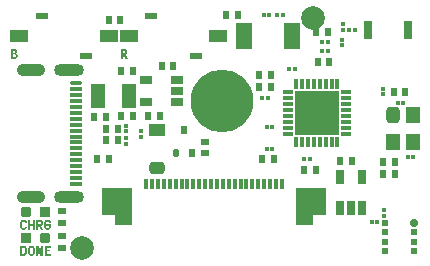
<source format=gts>
G04*
G04 #@! TF.GenerationSoftware,Altium Limited,Altium Designer,22.10.1 (41)*
G04*
G04 Layer_Color=8388736*
%FSLAX44Y44*%
%MOMM*%
G71*
G04*
G04 #@! TF.SameCoordinates,27488822-8B8A-45CA-B0CB-A5C5B456CCF3*
G04*
G04*
G04 #@! TF.FilePolarity,Negative*
G04*
G01*
G75*
%ADD52R,0.8000X1.6000*%
%ADD53R,0.5700X0.7000*%
G04:AMPARAMS|DCode=54|XSize=0.7mm|YSize=0.57mm|CornerRadius=0.1675mm|HoleSize=0mm|Usage=FLASHONLY|Rotation=90.000|XOffset=0mm|YOffset=0mm|HoleType=Round|Shape=RoundedRectangle|*
%AMROUNDEDRECTD54*
21,1,0.7000,0.2350,0,0,90.0*
21,1,0.3650,0.5700,0,0,90.0*
1,1,0.3350,0.1175,0.1825*
1,1,0.3350,0.1175,-0.1825*
1,1,0.3350,-0.1175,-0.1825*
1,1,0.3350,-0.1175,0.1825*
%
%ADD54ROUNDEDRECTD54*%
%ADD55R,3.8000X3.8000*%
%ADD56R,0.9100X0.3700*%
%ADD57R,0.3700X0.9100*%
G04:AMPARAMS|DCode=58|XSize=0.91mm|YSize=0.37mm|CornerRadius=0.0838mm|HoleSize=0mm|Usage=FLASHONLY|Rotation=270.000|XOffset=0mm|YOffset=0mm|HoleType=Round|Shape=RoundedRectangle|*
%AMROUNDEDRECTD58*
21,1,0.9100,0.2025,0,0,270.0*
21,1,0.7425,0.3700,0,0,270.0*
1,1,0.1675,-0.1013,-0.3713*
1,1,0.1675,-0.1013,0.3713*
1,1,0.1675,0.1013,0.3713*
1,1,0.1675,0.1013,-0.3713*
%
%ADD58ROUNDEDRECTD58*%
%ADD59R,0.4000X0.3500*%
%ADD60R,0.6000X0.7000*%
%ADD61R,0.3500X0.4000*%
%ADD62R,0.5500X0.7000*%
%ADD63R,0.7000X0.5500*%
%ADD64R,0.4000X0.3500*%
G04:AMPARAMS|DCode=65|XSize=0.4mm|YSize=0.35mm|CornerRadius=0.1125mm|HoleSize=0mm|Usage=FLASHONLY|Rotation=0.000|XOffset=0mm|YOffset=0mm|HoleType=Round|Shape=RoundedRectangle|*
%AMROUNDEDRECTD65*
21,1,0.4000,0.1250,0,0,0.0*
21,1,0.1750,0.3500,0,0,0.0*
1,1,0.2250,0.0875,-0.0625*
1,1,0.2250,-0.0875,-0.0625*
1,1,0.2250,-0.0875,0.0625*
1,1,0.2250,0.0875,0.0625*
%
%ADD65ROUNDEDRECTD65*%
%ADD66R,0.3500X0.4000*%
G04:AMPARAMS|DCode=67|XSize=0.4mm|YSize=0.35mm|CornerRadius=0.1125mm|HoleSize=0mm|Usage=FLASHONLY|Rotation=270.000|XOffset=0mm|YOffset=0mm|HoleType=Round|Shape=RoundedRectangle|*
%AMROUNDEDRECTD67*
21,1,0.4000,0.1250,0,0,270.0*
21,1,0.1750,0.3500,0,0,270.0*
1,1,0.2250,-0.0625,-0.0875*
1,1,0.2250,-0.0625,0.0875*
1,1,0.2250,0.0625,0.0875*
1,1,0.2250,0.0625,-0.0875*
%
%ADD67ROUNDEDRECTD67*%
G04:AMPARAMS|DCode=68|XSize=1.0144mm|YSize=1.3192mm|CornerRadius=0.2786mm|HoleSize=0mm|Usage=FLASHONLY|Rotation=90.000|XOffset=0mm|YOffset=0mm|HoleType=Round|Shape=RoundedRectangle|*
%AMROUNDEDRECTD68*
21,1,1.0144,0.7620,0,0,90.0*
21,1,0.4572,1.3192,0,0,90.0*
1,1,0.5572,0.3810,0.2286*
1,1,0.5572,0.3810,-0.2286*
1,1,0.5572,-0.3810,-0.2286*
1,1,0.5572,-0.3810,0.2286*
%
%ADD68ROUNDEDRECTD68*%
%ADD69R,1.3192X1.0144*%
%ADD70R,1.0000X0.4000*%
G04:AMPARAMS|DCode=71|XSize=0.4mm|YSize=1mm|CornerRadius=0.125mm|HoleSize=0mm|Usage=FLASHONLY|Rotation=270.000|XOffset=0mm|YOffset=0mm|HoleType=Round|Shape=RoundedRectangle|*
%AMROUNDEDRECTD71*
21,1,0.4000,0.7500,0,0,270.0*
21,1,0.1500,1.0000,0,0,270.0*
1,1,0.2500,-0.3750,-0.0750*
1,1,0.2500,-0.3750,0.0750*
1,1,0.2500,0.3750,0.0750*
1,1,0.2500,0.3750,-0.0750*
%
%ADD71ROUNDEDRECTD71*%
%ADD72R,0.7000X0.6000*%
%ADD73R,0.9000X0.9000*%
G04:AMPARAMS|DCode=74|XSize=0.9mm|YSize=0.9mm|CornerRadius=0.25mm|HoleSize=0mm|Usage=FLASHONLY|Rotation=180.000|XOffset=0mm|YOffset=0mm|HoleType=Round|Shape=RoundedRectangle|*
%AMROUNDEDRECTD74*
21,1,0.9000,0.4000,0,0,180.0*
21,1,0.4000,0.9000,0,0,180.0*
1,1,0.5000,-0.2000,0.2000*
1,1,0.5000,0.2000,0.2000*
1,1,0.5000,0.2000,-0.2000*
1,1,0.5000,-0.2000,-0.2000*
%
%ADD74ROUNDEDRECTD74*%
%ADD75C,2.0000*%
G04:AMPARAMS|DCode=76|XSize=0.4mm|YSize=0.9mm|CornerRadius=0.125mm|HoleSize=0mm|Usage=FLASHONLY|Rotation=180.000|XOffset=0mm|YOffset=0mm|HoleType=Round|Shape=RoundedRectangle|*
%AMROUNDEDRECTD76*
21,1,0.4000,0.6500,0,0,180.0*
21,1,0.1500,0.9000,0,0,180.0*
1,1,0.2500,-0.0750,0.3250*
1,1,0.2500,0.0750,0.3250*
1,1,0.2500,0.0750,-0.3250*
1,1,0.2500,-0.0750,-0.3250*
%
%ADD76ROUNDEDRECTD76*%
%ADD77R,0.4000X0.9000*%
%ADD78R,1.1000X1.1000*%
%ADD79R,1.5500X1.1000*%
%ADD80R,1.0000X0.5000*%
%ADD81R,1.1500X1.4000*%
G04:AMPARAMS|DCode=82|XSize=1.15mm|YSize=1.4mm|CornerRadius=0.3125mm|HoleSize=0mm|Usage=FLASHONLY|Rotation=0.000|XOffset=0mm|YOffset=0mm|HoleType=Round|Shape=RoundedRectangle|*
%AMROUNDEDRECTD82*
21,1,1.1500,0.7750,0,0,0.0*
21,1,0.5250,1.4000,0,0,0.0*
1,1,0.6250,0.2625,-0.3875*
1,1,0.6250,-0.2625,-0.3875*
1,1,0.6250,-0.2625,0.3875*
1,1,0.6250,0.2625,0.3875*
%
%ADD82ROUNDEDRECTD82*%
%ADD83R,1.3700X2.3098*%
%ADD84R,0.6000X0.6000*%
G04:AMPARAMS|DCode=85|XSize=0.6mm|YSize=0.6mm|CornerRadius=0.1125mm|HoleSize=0mm|Usage=FLASHONLY|Rotation=0.000|XOffset=0mm|YOffset=0mm|HoleType=Round|Shape=RoundedRectangle|*
%AMROUNDEDRECTD85*
21,1,0.6000,0.3750,0,0,0.0*
21,1,0.3750,0.6000,0,0,0.0*
1,1,0.2250,0.1875,-0.1875*
1,1,0.2250,-0.1875,-0.1875*
1,1,0.2250,-0.1875,0.1875*
1,1,0.2250,0.1875,0.1875*
%
%ADD85ROUNDEDRECTD85*%
G04:AMPARAMS|DCode=86|XSize=1.1mm|YSize=0.76mm|CornerRadius=0.215mm|HoleSize=0mm|Usage=FLASHONLY|Rotation=180.000|XOffset=0mm|YOffset=0mm|HoleType=Round|Shape=RoundedRectangle|*
%AMROUNDEDRECTD86*
21,1,1.1000,0.3300,0,0,180.0*
21,1,0.6700,0.7600,0,0,180.0*
1,1,0.4300,-0.3350,0.1650*
1,1,0.4300,0.3350,0.1650*
1,1,0.4300,0.3350,-0.1650*
1,1,0.4300,-0.3350,-0.1650*
%
%ADD86ROUNDEDRECTD86*%
%ADD87R,1.1000X0.7600*%
G04:AMPARAMS|DCode=88|XSize=1.2mm|YSize=0.7mm|CornerRadius=0.101mm|HoleSize=0mm|Usage=FLASHONLY|Rotation=90.000|XOffset=0mm|YOffset=0mm|HoleType=Round|Shape=RoundedRectangle|*
%AMROUNDEDRECTD88*
21,1,1.2000,0.4980,0,0,90.0*
21,1,0.9980,0.7000,0,0,90.0*
1,1,0.2020,0.2490,0.4990*
1,1,0.2020,0.2490,-0.4990*
1,1,0.2020,-0.2490,-0.4990*
1,1,0.2020,-0.2490,0.4990*
%
%ADD88ROUNDEDRECTD88*%
%ADD89R,0.7000X1.2000*%
%ADD90R,1.2430X2.1320*%
G04:AMPARAMS|DCode=91|XSize=1.1mm|YSize=2.4mm|CornerRadius=0.55mm|HoleSize=0mm|Usage=FLASHONLY|Rotation=270.000|XOffset=0mm|YOffset=0mm|HoleType=Round|Shape=RoundedRectangle|*
%AMROUNDEDRECTD91*
21,1,1.1000,1.3000,0,0,270.0*
21,1,0.0000,2.4000,0,0,270.0*
1,1,1.1000,-0.6500,0.0000*
1,1,1.1000,-0.6500,0.0000*
1,1,1.1000,0.6500,0.0000*
1,1,1.1000,0.6500,0.0000*
%
%ADD91ROUNDEDRECTD91*%
G04:AMPARAMS|DCode=92|XSize=1mm|YSize=2.55mm|CornerRadius=0.5mm|HoleSize=0mm|Usage=FLASHONLY|Rotation=270.000|XOffset=0mm|YOffset=0mm|HoleType=Round|Shape=RoundedRectangle|*
%AMROUNDEDRECTD92*
21,1,1.0000,1.5500,0,0,270.0*
21,1,0.0000,2.5500,0,0,270.0*
1,1,1.0000,-0.7750,0.0000*
1,1,1.0000,-0.7750,0.0000*
1,1,1.0000,0.7750,0.0000*
1,1,1.0000,0.7750,0.0000*
%
%ADD92ROUNDEDRECTD92*%
%ADD93C,5.3000*%
G36*
X117049Y294126D02*
X117146D01*
X117354Y294098D01*
X117589Y294056D01*
X117839Y294001D01*
X118103Y293932D01*
X118352Y293821D01*
X118366D01*
X118380Y293807D01*
X118463Y293765D01*
X118574Y293696D01*
X118727Y293599D01*
X118879Y293474D01*
X119046Y293321D01*
X119212Y293155D01*
X119351Y292947D01*
X119365Y292919D01*
X119406Y292850D01*
X119462Y292725D01*
X119531Y292573D01*
X119600Y292378D01*
X119656Y292157D01*
X119697Y291893D01*
X119711Y291616D01*
Y291602D01*
Y291574D01*
Y291532D01*
Y291477D01*
X119697Y291324D01*
X119670Y291130D01*
X119614Y290908D01*
X119545Y290673D01*
X119448Y290423D01*
X119323Y290173D01*
X119309Y290146D01*
X119254Y290076D01*
X119170Y289951D01*
X119046Y289827D01*
X118893Y289674D01*
X118713Y289522D01*
X118505Y289383D01*
X118269Y289258D01*
X119836Y285860D01*
X117978D01*
X116646Y288981D01*
X115856D01*
Y285860D01*
X114164D01*
Y294140D01*
X116979D01*
X117049Y294126D01*
D02*
G37*
G36*
X24160D02*
X24354Y294112D01*
X24576Y294070D01*
X24825Y294029D01*
X25075Y293959D01*
X25311Y293862D01*
X25324D01*
X25338Y293848D01*
X25408Y293821D01*
X25533Y293751D01*
X25671Y293668D01*
X25824Y293557D01*
X25976Y293432D01*
X26129Y293280D01*
X26267Y293113D01*
X26281Y293086D01*
X26323Y293030D01*
X26378Y292933D01*
X26448Y292794D01*
X26503Y292642D01*
X26559Y292448D01*
X26600Y292240D01*
X26614Y292004D01*
Y291990D01*
Y291976D01*
Y291893D01*
X26600Y291754D01*
X26573Y291588D01*
X26517Y291408D01*
X26448Y291213D01*
X26351Y291005D01*
X26226Y290825D01*
X26212Y290811D01*
X26156Y290756D01*
X26073Y290673D01*
X25962Y290576D01*
X25824Y290478D01*
X25657Y290395D01*
X25463Y290312D01*
X25241Y290270D01*
Y290243D01*
X25269D01*
X25324Y290229D01*
X25408Y290215D01*
X25519Y290187D01*
X25643Y290146D01*
X25782Y290090D01*
X25921Y290021D01*
X26060Y289924D01*
X26073Y289910D01*
X26115Y289868D01*
X26184Y289813D01*
X26267Y289730D01*
X26351Y289632D01*
X26448Y289508D01*
X26531Y289369D01*
X26614Y289216D01*
X26628Y289203D01*
X26642Y289147D01*
X26670Y289050D01*
X26711Y288939D01*
X26753Y288787D01*
X26781Y288620D01*
X26795Y288440D01*
X26808Y288246D01*
Y288232D01*
Y288218D01*
Y288176D01*
Y288121D01*
X26795Y287996D01*
X26767Y287830D01*
X26725Y287635D01*
X26656Y287427D01*
X26573Y287206D01*
X26448Y286998D01*
X26434Y286970D01*
X26378Y286914D01*
X26309Y286817D01*
X26198Y286692D01*
X26046Y286554D01*
X25879Y286415D01*
X25685Y286276D01*
X25449Y286152D01*
X25435D01*
X25422Y286138D01*
X25338Y286110D01*
X25200Y286054D01*
X25019Y286013D01*
X24811Y285957D01*
X24548Y285902D01*
X24270Y285874D01*
X23965Y285860D01*
X21192D01*
Y294140D01*
X24007D01*
X24160Y294126D01*
D02*
G37*
G36*
X52452Y149487D02*
X52646Y149460D01*
X52867Y149418D01*
X53117Y149363D01*
X53367Y149293D01*
X53602Y149182D01*
X53616D01*
X53630Y149169D01*
X53700Y149127D01*
X53824Y149058D01*
X53963Y148961D01*
X54116Y148836D01*
X54282Y148697D01*
X54435Y148517D01*
X54573Y148322D01*
X54587Y148295D01*
X54629Y148225D01*
X54684Y148101D01*
X54754Y147948D01*
X54809Y147754D01*
X54865Y147532D01*
X54906Y147282D01*
X54920Y147005D01*
X53214D01*
Y147033D01*
Y147088D01*
X53200Y147171D01*
X53186Y147282D01*
X53145Y147407D01*
X53103Y147532D01*
X53034Y147657D01*
X52937Y147754D01*
X52923Y147768D01*
X52881Y147795D01*
X52826Y147837D01*
X52729Y147893D01*
X52618Y147934D01*
X52493Y147976D01*
X52327Y148004D01*
X52146Y148017D01*
X52063D01*
X51966Y148004D01*
X51855Y147990D01*
X51730Y147948D01*
X51592Y147907D01*
X51467Y147837D01*
X51356Y147754D01*
X51342Y147740D01*
X51314Y147712D01*
X51273Y147643D01*
X51217Y147574D01*
X51162Y147463D01*
X51120Y147338D01*
X51092Y147185D01*
X51079Y147005D01*
Y143482D01*
Y143455D01*
Y143399D01*
X51092Y143316D01*
X51120Y143205D01*
X51148Y143080D01*
X51189Y142955D01*
X51259Y142844D01*
X51356Y142733D01*
X51370Y142720D01*
X51411Y142692D01*
X51467Y142650D01*
X51564Y142609D01*
X51675Y142553D01*
X51814Y142512D01*
X51966Y142484D01*
X52146Y142470D01*
X52230D01*
X52327Y142484D01*
X52438Y142498D01*
X52562Y142539D01*
X52701Y142581D01*
X52826Y142650D01*
X52937Y142733D01*
X52951Y142747D01*
X52979Y142789D01*
X53020Y142844D01*
X53075Y142928D01*
X53131Y143039D01*
X53173Y143163D01*
X53200Y143316D01*
X53214Y143482D01*
Y144259D01*
X51994D01*
Y145701D01*
X54920D01*
Y143482D01*
Y143469D01*
Y143455D01*
Y143413D01*
Y143358D01*
X54906Y143219D01*
X54878Y143039D01*
X54837Y142831D01*
X54767Y142609D01*
X54684Y142387D01*
X54573Y142165D01*
X54559Y142137D01*
X54504Y142068D01*
X54435Y141971D01*
X54324Y141846D01*
X54185Y141707D01*
X54019Y141569D01*
X53824Y141430D01*
X53602Y141305D01*
X53575Y141291D01*
X53492Y141264D01*
X53367Y141208D01*
X53186Y141152D01*
X52979Y141097D01*
X52729Y141042D01*
X52452Y141014D01*
X52146Y141000D01*
X52008D01*
X51855Y141014D01*
X51647Y141042D01*
X51425Y141069D01*
X51176Y141125D01*
X50926Y141208D01*
X50690Y141305D01*
X50662Y141319D01*
X50593Y141361D01*
X50468Y141430D01*
X50330Y141527D01*
X50177Y141652D01*
X50024Y141791D01*
X49858Y141971D01*
X49719Y142165D01*
X49706Y142193D01*
X49664Y142262D01*
X49608Y142387D01*
X49553Y142539D01*
X49497Y142733D01*
X49442Y142955D01*
X49400Y143205D01*
X49387Y143482D01*
Y147005D01*
Y147019D01*
Y147033D01*
Y147074D01*
Y147130D01*
X49400Y147282D01*
X49428Y147463D01*
X49470Y147657D01*
X49525Y147879D01*
X49608Y148101D01*
X49719Y148322D01*
X49733Y148350D01*
X49789Y148420D01*
X49858Y148517D01*
X49969Y148642D01*
X50108Y148780D01*
X50274Y148919D01*
X50468Y149058D01*
X50690Y149182D01*
X50704D01*
X50718Y149196D01*
X50801Y149238D01*
X50926Y149279D01*
X51106Y149349D01*
X51314Y149404D01*
X51564Y149446D01*
X51841Y149487D01*
X52146Y149501D01*
X52285D01*
X52452Y149487D01*
D02*
G37*
G36*
X32065D02*
X32259Y149460D01*
X32481Y149418D01*
X32731Y149363D01*
X32980Y149293D01*
X33216Y149182D01*
X33230D01*
X33244Y149169D01*
X33313Y149127D01*
X33438Y149058D01*
X33577Y148961D01*
X33729Y148836D01*
X33895Y148697D01*
X34048Y148517D01*
X34187Y148322D01*
X34201Y148295D01*
X34242Y148225D01*
X34298Y148101D01*
X34367Y147948D01*
X34423Y147754D01*
X34478Y147532D01*
X34520Y147282D01*
X34534Y147005D01*
X32828D01*
Y147033D01*
Y147088D01*
X32814Y147171D01*
X32800Y147282D01*
X32758Y147407D01*
X32717Y147532D01*
X32647Y147657D01*
X32550Y147754D01*
X32536Y147768D01*
X32495Y147795D01*
X32439Y147837D01*
X32342Y147893D01*
X32231Y147934D01*
X32106Y147976D01*
X31940Y148004D01*
X31760Y148017D01*
X31677D01*
X31593Y148004D01*
X31482Y147990D01*
X31358Y147948D01*
X31219Y147907D01*
X31094Y147837D01*
X30983Y147754D01*
X30969Y147740D01*
X30942Y147712D01*
X30900Y147643D01*
X30845Y147574D01*
X30789Y147463D01*
X30747Y147338D01*
X30720Y147185D01*
X30706Y147005D01*
Y143482D01*
Y143455D01*
Y143399D01*
X30720Y143316D01*
X30747Y143205D01*
X30775Y143080D01*
X30817Y142955D01*
X30886Y142844D01*
X30983Y142733D01*
X30997Y142720D01*
X31039Y142692D01*
X31094Y142650D01*
X31191Y142609D01*
X31288Y142553D01*
X31427Y142512D01*
X31579Y142484D01*
X31760Y142470D01*
X31843D01*
X31940Y142484D01*
X32051Y142498D01*
X32176Y142539D01*
X32315Y142581D01*
X32439Y142650D01*
X32550Y142733D01*
X32564Y142747D01*
X32592Y142789D01*
X32634Y142844D01*
X32689Y142928D01*
X32745Y143039D01*
X32786Y143163D01*
X32814Y143316D01*
X32828Y143482D01*
X34534D01*
Y143469D01*
Y143455D01*
Y143413D01*
Y143358D01*
X34520Y143219D01*
X34492Y143039D01*
X34450Y142831D01*
X34381Y142609D01*
X34298Y142387D01*
X34187Y142165D01*
X34173Y142137D01*
X34117Y142068D01*
X34048Y141971D01*
X33937Y141846D01*
X33798Y141707D01*
X33632Y141569D01*
X33438Y141430D01*
X33216Y141305D01*
X33188Y141291D01*
X33105Y141264D01*
X32980Y141208D01*
X32800Y141152D01*
X32592Y141097D01*
X32342Y141042D01*
X32065Y141014D01*
X31760Y141000D01*
X31621D01*
X31469Y141014D01*
X31274Y141042D01*
X31052Y141069D01*
X30803Y141125D01*
X30553Y141208D01*
X30317Y141305D01*
X30290Y141319D01*
X30220Y141361D01*
X30096Y141430D01*
X29957Y141527D01*
X29804Y141652D01*
X29652Y141791D01*
X29485Y141971D01*
X29347Y142165D01*
X29333Y142193D01*
X29291Y142262D01*
X29236Y142387D01*
X29180Y142539D01*
X29111Y142733D01*
X29056Y142955D01*
X29014Y143205D01*
X29000Y143482D01*
Y147005D01*
Y147019D01*
Y147033D01*
Y147074D01*
Y147130D01*
X29014Y147282D01*
X29042Y147463D01*
X29083Y147657D01*
X29153Y147879D01*
X29236Y148101D01*
X29347Y148322D01*
X29361Y148350D01*
X29416Y148420D01*
X29485Y148517D01*
X29596Y148642D01*
X29735Y148780D01*
X29901Y148919D01*
X30096Y149058D01*
X30317Y149182D01*
X30331D01*
X30345Y149196D01*
X30428Y149238D01*
X30553Y149279D01*
X30733Y149349D01*
X30942Y149404D01*
X31191Y149446D01*
X31469Y149487D01*
X31760Y149501D01*
X31899D01*
X32065Y149487D01*
D02*
G37*
G36*
X41135Y141111D02*
X39443D01*
Y144634D01*
X37529D01*
Y141111D01*
X35823D01*
Y149390D01*
X37529D01*
Y146159D01*
X39443D01*
Y149390D01*
X41135D01*
Y141111D01*
D02*
G37*
G36*
X287098Y176608D02*
X287192Y176579D01*
X287279Y176533D01*
X287355Y176470D01*
X287418Y176394D01*
X287464Y176307D01*
X287493Y176213D01*
X287502Y176115D01*
Y154115D01*
X287493Y154017D01*
X287464Y153923D01*
X287418Y153836D01*
X287355Y153760D01*
X287279Y153697D01*
X287192Y153651D01*
X287098Y153622D01*
X287000Y153613D01*
X276502D01*
Y145615D01*
X276493Y145517D01*
X276464Y145423D01*
X276418Y145336D01*
X276355Y145260D01*
X276279Y145197D01*
X276192Y145151D01*
X276098Y145122D01*
X276000Y145113D01*
X263000D01*
X262902Y145122D01*
X262808Y145151D01*
X262721Y145197D01*
X262645Y145260D01*
X262582Y145336D01*
X262536Y145423D01*
X262507Y145517D01*
X262498Y145615D01*
Y176115D01*
X262507Y176213D01*
X262536Y176307D01*
X262582Y176394D01*
X262645Y176470D01*
X262721Y176533D01*
X262808Y176579D01*
X262902Y176608D01*
X263000Y176618D01*
X287000D01*
X287098Y176608D01*
D02*
G37*
G36*
X123098D02*
X123192Y176579D01*
X123279Y176533D01*
X123355Y176470D01*
X123418Y176394D01*
X123464Y176307D01*
X123493Y176213D01*
X123502Y176115D01*
Y145615D01*
X123493Y145517D01*
X123464Y145423D01*
X123418Y145336D01*
X123355Y145260D01*
X123279Y145197D01*
X123192Y145151D01*
X123098Y145122D01*
X123000Y145113D01*
X110000D01*
X109902Y145122D01*
X109808Y145151D01*
X109721Y145197D01*
X109645Y145260D01*
X109582Y145336D01*
X109536Y145423D01*
X109507Y145517D01*
X109498Y145615D01*
Y153613D01*
X99000D01*
X98902Y153622D01*
X98808Y153651D01*
X98721Y153697D01*
X98645Y153760D01*
X98582Y153836D01*
X98536Y153923D01*
X98507Y154017D01*
X98498Y154115D01*
Y176115D01*
X98507Y176213D01*
X98536Y176307D01*
X98582Y176394D01*
X98645Y176470D01*
X98721Y176533D01*
X98808Y176579D01*
X98902Y176608D01*
X99000Y176618D01*
X123000D01*
X123098Y176608D01*
D02*
G37*
G36*
X45517Y149376D02*
X45614D01*
X45822Y149349D01*
X46058Y149307D01*
X46308Y149252D01*
X46571Y149182D01*
X46821Y149071D01*
X46835D01*
X46849Y149058D01*
X46932Y149016D01*
X47043Y148947D01*
X47195Y148849D01*
X47348Y148725D01*
X47514Y148572D01*
X47681Y148406D01*
X47819Y148198D01*
X47833Y148170D01*
X47875Y148101D01*
X47930Y147976D01*
X48000Y147823D01*
X48069Y147629D01*
X48124Y147407D01*
X48166Y147144D01*
X48180Y146866D01*
Y146853D01*
Y146825D01*
Y146783D01*
Y146728D01*
X48166Y146575D01*
X48138Y146381D01*
X48083Y146159D01*
X48014Y145923D01*
X47916Y145674D01*
X47792Y145424D01*
X47778Y145396D01*
X47722Y145327D01*
X47639Y145202D01*
X47514Y145077D01*
X47362Y144925D01*
X47182Y144772D01*
X46973Y144634D01*
X46738Y144509D01*
X48305Y141111D01*
X46446D01*
X45115Y144231D01*
X44325D01*
Y141111D01*
X42633D01*
Y149390D01*
X45448D01*
X45517Y149376D01*
D02*
G37*
G36*
X48027Y119111D02*
X46044D01*
X43922Y125518D01*
Y125504D01*
X43936Y125449D01*
Y125379D01*
X43950Y125282D01*
X43964Y125144D01*
Y125005D01*
X43978Y124839D01*
X43992Y124658D01*
Y124631D01*
Y124575D01*
X44006Y124478D01*
Y124339D01*
X44019Y124187D01*
X44033Y124020D01*
X44047Y123646D01*
Y123618D01*
X44061Y123563D01*
Y123466D01*
X44075Y123341D01*
Y123202D01*
X44089Y123050D01*
Y122731D01*
Y119111D01*
X42591D01*
Y127390D01*
X44574D01*
X46710Y120969D01*
Y120983D01*
Y121039D01*
X46696Y121136D01*
Y121247D01*
X46682Y121399D01*
X46668Y121566D01*
X46641Y121746D01*
X46627Y121940D01*
Y121968D01*
Y122037D01*
X46613Y122148D01*
X46599Y122287D01*
X46585Y122453D01*
Y122633D01*
X46557Y123036D01*
Y123063D01*
Y123133D01*
X46543Y123230D01*
Y123369D01*
Y123507D01*
X46530Y123674D01*
Y123826D01*
Y123979D01*
Y127390D01*
X48027D01*
Y119111D01*
D02*
G37*
G36*
X54726Y125906D02*
X51287D01*
Y124048D01*
X54324D01*
Y122647D01*
X51287D01*
Y120581D01*
X54726D01*
Y119111D01*
X49622D01*
Y127390D01*
X54726D01*
Y125906D01*
D02*
G37*
G36*
X31996Y127376D02*
X32204Y127349D01*
X32439Y127307D01*
X32689Y127252D01*
X32939Y127169D01*
X33188Y127058D01*
X33202D01*
X33216Y127044D01*
X33299Y127002D01*
X33410Y126919D01*
X33563Y126822D01*
X33715Y126683D01*
X33882Y126531D01*
X34048Y126336D01*
X34187Y126128D01*
X34201Y126101D01*
X34242Y126017D01*
X34298Y125893D01*
X34367Y125726D01*
X34436Y125518D01*
X34492Y125282D01*
X34534Y125019D01*
X34547Y124728D01*
Y121774D01*
Y121760D01*
Y121732D01*
Y121691D01*
Y121635D01*
X34534Y121482D01*
X34506Y121302D01*
X34464Y121080D01*
X34395Y120844D01*
X34312Y120609D01*
X34187Y120373D01*
X34173Y120345D01*
X34117Y120276D01*
X34048Y120165D01*
X33937Y120040D01*
X33785Y119888D01*
X33618Y119735D01*
X33424Y119583D01*
X33188Y119444D01*
X33174D01*
X33161Y119430D01*
X33077Y119388D01*
X32939Y119333D01*
X32758Y119277D01*
X32536Y119222D01*
X32287Y119166D01*
X31996Y119125D01*
X31690Y119111D01*
X29000D01*
Y127390D01*
X31829D01*
X31996Y127376D01*
D02*
G37*
G36*
X38708Y127487D02*
X38819Y127474D01*
X38930Y127460D01*
X39221Y127418D01*
X39526Y127335D01*
X39859Y127210D01*
X40025Y127127D01*
X40192Y127030D01*
X40344Y126919D01*
X40483Y126794D01*
X40497Y126780D01*
X40511Y126766D01*
X40552Y126725D01*
X40594Y126669D01*
X40649Y126600D01*
X40719Y126517D01*
X40788Y126406D01*
X40858Y126295D01*
X40913Y126170D01*
X40982Y126031D01*
X41107Y125698D01*
X41190Y125324D01*
X41204Y125116D01*
X41218Y124894D01*
Y121593D01*
Y121580D01*
Y121538D01*
Y121482D01*
X41204Y121399D01*
X41190Y121302D01*
X41176Y121177D01*
X41121Y120914D01*
X41038Y120609D01*
X40913Y120290D01*
X40830Y120137D01*
X40733Y119985D01*
X40608Y119832D01*
X40483Y119693D01*
X40469Y119679D01*
X40455Y119666D01*
X40414Y119624D01*
X40344Y119583D01*
X40275Y119527D01*
X40192Y119472D01*
X40081Y119416D01*
X39956Y119347D01*
X39831Y119277D01*
X39679Y119222D01*
X39512Y119166D01*
X39332Y119111D01*
X38944Y119028D01*
X38722Y119014D01*
X38500Y119000D01*
X38375D01*
X38292Y119014D01*
X38195Y119028D01*
X38070Y119042D01*
X37779Y119083D01*
X37474Y119166D01*
X37141Y119291D01*
X36974Y119374D01*
X36808Y119472D01*
X36655Y119569D01*
X36517Y119693D01*
X36503Y119707D01*
X36489Y119721D01*
X36447Y119763D01*
X36406Y119818D01*
X36350Y119888D01*
X36281Y119985D01*
X36212Y120082D01*
X36156Y120193D01*
X36087Y120331D01*
X36017Y120470D01*
X35893Y120789D01*
X35809Y121164D01*
X35796Y121371D01*
X35782Y121593D01*
Y124894D01*
Y124908D01*
Y124950D01*
Y125005D01*
X35796Y125088D01*
X35809Y125199D01*
X35823Y125310D01*
X35879Y125588D01*
X35962Y125893D01*
X36087Y126212D01*
X36170Y126364D01*
X36281Y126517D01*
X36392Y126655D01*
X36517Y126794D01*
X36530Y126808D01*
X36544Y126822D01*
X36600Y126863D01*
X36655Y126905D01*
X36725Y126960D01*
X36822Y127016D01*
X36919Y127085D01*
X37044Y127155D01*
X37169Y127210D01*
X37321Y127279D01*
X37487Y127335D01*
X37668Y127390D01*
X38056Y127474D01*
X38278Y127487D01*
X38500Y127501D01*
X38625D01*
X38708Y127487D01*
D02*
G37*
%LPC*%
G36*
X116827Y292656D02*
X115856D01*
Y290465D01*
X116924D01*
X117021Y290478D01*
X117146Y290506D01*
X117284Y290534D01*
X117437Y290576D01*
X117576Y290645D01*
X117700Y290742D01*
X117714Y290756D01*
X117756Y290797D01*
X117797Y290867D01*
X117867Y290950D01*
X117922Y291061D01*
X117964Y291200D01*
X118006Y291352D01*
X118019Y291532D01*
Y291560D01*
Y291616D01*
X118006Y291713D01*
X117978Y291838D01*
X117936Y291976D01*
X117881Y292115D01*
X117811Y292240D01*
X117700Y292365D01*
X117687Y292378D01*
X117645Y292406D01*
X117576Y292462D01*
X117479Y292517D01*
X117354Y292559D01*
X117201Y292614D01*
X117035Y292642D01*
X116827Y292656D01*
D02*
G37*
G36*
X23840Y292767D02*
X22842D01*
Y290797D01*
X23924D01*
X24007Y290811D01*
X24132Y290825D01*
X24257Y290867D01*
X24381Y290908D01*
X24506Y290978D01*
X24617Y291061D01*
X24631Y291075D01*
X24659Y291116D01*
X24714Y291172D01*
X24770Y291255D01*
X24811Y291366D01*
X24867Y291477D01*
X24894Y291630D01*
X24908Y291782D01*
Y291810D01*
Y291865D01*
X24894Y291949D01*
X24867Y292046D01*
X24839Y292170D01*
X24784Y292281D01*
X24714Y292406D01*
X24617Y292503D01*
X24603Y292517D01*
X24562Y292545D01*
X24506Y292586D01*
X24423Y292642D01*
X24312Y292684D01*
X24173Y292725D01*
X24021Y292753D01*
X23840Y292767D01*
D02*
G37*
G36*
X23910Y289466D02*
X22842D01*
Y287219D01*
X24007D01*
X24104Y287233D01*
X24229Y287261D01*
X24367Y287289D01*
X24506Y287344D01*
X24659Y287414D01*
X24784Y287511D01*
X24797Y287525D01*
X24839Y287566D01*
X24881Y287635D01*
X24950Y287733D01*
X25006Y287843D01*
X25047Y287996D01*
X25089Y288162D01*
X25103Y288343D01*
Y288370D01*
Y288426D01*
X25089Y288523D01*
X25061Y288634D01*
X25019Y288773D01*
X24964Y288911D01*
X24894Y289036D01*
X24784Y289161D01*
X24770Y289175D01*
X24728Y289203D01*
X24659Y289258D01*
X24562Y289314D01*
X24437Y289369D01*
X24284Y289424D01*
X24104Y289452D01*
X23910Y289466D01*
D02*
G37*
G36*
X45295Y147907D02*
X44325D01*
Y145715D01*
X45392D01*
X45490Y145729D01*
X45614Y145757D01*
X45753Y145785D01*
X45906Y145826D01*
X46044Y145896D01*
X46169Y145993D01*
X46183Y146006D01*
X46224Y146048D01*
X46266Y146117D01*
X46336Y146201D01*
X46391Y146312D01*
X46433Y146450D01*
X46474Y146603D01*
X46488Y146783D01*
Y146811D01*
Y146866D01*
X46474Y146963D01*
X46446Y147088D01*
X46405Y147227D01*
X46349Y147366D01*
X46280Y147490D01*
X46169Y147615D01*
X46155Y147629D01*
X46114Y147657D01*
X46044Y147712D01*
X45947Y147768D01*
X45822Y147809D01*
X45670Y147865D01*
X45503Y147893D01*
X45295Y147907D01*
D02*
G37*
G36*
X31690Y125851D02*
X30706D01*
Y120637D01*
X31774D01*
X31871Y120650D01*
X31982Y120678D01*
X32120Y120720D01*
X32259Y120775D01*
X32398Y120844D01*
X32523Y120955D01*
X32536Y120969D01*
X32578Y121011D01*
X32620Y121080D01*
X32689Y121177D01*
X32745Y121302D01*
X32786Y121441D01*
X32828Y121593D01*
X32841Y121774D01*
Y124728D01*
Y124755D01*
Y124811D01*
X32828Y124908D01*
X32800Y125019D01*
X32758Y125144D01*
X32703Y125282D01*
X32634Y125407D01*
X32523Y125532D01*
X32509Y125546D01*
X32467Y125588D01*
X32398Y125629D01*
X32301Y125698D01*
X32176Y125754D01*
X32037Y125795D01*
X31871Y125837D01*
X31690Y125851D01*
D02*
G37*
G36*
X38500Y126017D02*
X38403D01*
X38333Y126004D01*
X38181Y125962D01*
X37987Y125893D01*
X37890Y125837D01*
X37793Y125768D01*
X37709Y125685D01*
X37640Y125588D01*
X37571Y125477D01*
X37515Y125338D01*
X37487Y125185D01*
X37474Y125005D01*
Y121482D01*
Y121469D01*
Y121441D01*
X37487Y121385D01*
Y121330D01*
X37529Y121164D01*
X37598Y120983D01*
X37654Y120886D01*
X37723Y120789D01*
X37806Y120706D01*
X37903Y120623D01*
X38028Y120567D01*
X38167Y120512D01*
X38320Y120484D01*
X38500Y120470D01*
X38542D01*
X38597Y120484D01*
X38666D01*
X38819Y120526D01*
X39013Y120595D01*
X39110Y120650D01*
X39207Y120720D01*
X39290Y120803D01*
X39360Y120900D01*
X39429Y121011D01*
X39485Y121150D01*
X39512Y121302D01*
X39526Y121482D01*
Y125005D01*
Y125019D01*
Y125047D01*
Y125102D01*
X39512Y125158D01*
X39471Y125324D01*
X39401Y125518D01*
X39346Y125601D01*
X39276Y125698D01*
X39193Y125782D01*
X39096Y125865D01*
X38971Y125920D01*
X38833Y125976D01*
X38680Y126004D01*
X38500Y126017D01*
D02*
G37*
%LPD*%
D52*
X357000Y310000D02*
D03*
X323000D02*
D03*
D53*
X167640Y225400D02*
D03*
X174140Y206400D02*
D03*
D54*
X161140D02*
D03*
D55*
X280000Y240000D02*
D03*
D56*
X255500Y247500D02*
D03*
Y242500D02*
D03*
Y257500D02*
D03*
Y252500D02*
D03*
Y237500D02*
D03*
X304500Y257500D02*
D03*
Y252500D02*
D03*
Y247500D02*
D03*
Y242500D02*
D03*
X255500Y232500D02*
D03*
Y227500D02*
D03*
Y222500D02*
D03*
X304500Y237500D02*
D03*
Y232500D02*
D03*
Y227500D02*
D03*
Y222500D02*
D03*
D57*
X262500Y215500D02*
D03*
X267500D02*
D03*
X272500D02*
D03*
X277500D02*
D03*
X282500D02*
D03*
X287500D02*
D03*
X292500D02*
D03*
X297500D02*
D03*
X292500Y264500D02*
D03*
X287500D02*
D03*
X282500D02*
D03*
X277500D02*
D03*
X272500D02*
D03*
X267500D02*
D03*
X262500D02*
D03*
D58*
X297500D02*
D03*
D59*
X336000Y255625D02*
D03*
Y260375D02*
D03*
X130810Y219875D02*
D03*
Y224625D02*
D03*
X118680Y229185D02*
D03*
Y224435D02*
D03*
Y213935D02*
D03*
Y218685D02*
D03*
X301750Y302125D02*
D03*
Y297375D02*
D03*
X337250Y152875D02*
D03*
Y157625D02*
D03*
D60*
X346000Y198000D02*
D03*
X336000D02*
D03*
X241220Y271780D02*
D03*
X231220D02*
D03*
X113750Y318500D02*
D03*
X103750D02*
D03*
X114380Y275590D02*
D03*
X124380D02*
D03*
X137240Y237490D02*
D03*
X147240D02*
D03*
X91520Y236220D02*
D03*
X101520D02*
D03*
X101680Y226060D02*
D03*
X111680D02*
D03*
Y217060D02*
D03*
X101680D02*
D03*
X104060Y200660D02*
D03*
X94060D02*
D03*
X203280Y322580D02*
D03*
X213280D02*
D03*
X336000Y188000D02*
D03*
X346000D02*
D03*
D61*
X237655Y209550D02*
D03*
X242405D02*
D03*
X261290Y276860D02*
D03*
X256540D02*
D03*
X237650Y227924D02*
D03*
X242400D02*
D03*
X233845Y252730D02*
D03*
X238595D02*
D03*
X246545Y322580D02*
D03*
X251295D02*
D03*
X239865D02*
D03*
X235115D02*
D03*
X331305Y147320D02*
D03*
X326555D02*
D03*
X361625Y203000D02*
D03*
X356875D02*
D03*
X348375Y248750D02*
D03*
X353125D02*
D03*
X284645Y299720D02*
D03*
X289395D02*
D03*
X269570Y200660D02*
D03*
X274320D02*
D03*
D62*
X231470Y261620D02*
D03*
X240970D02*
D03*
X148920Y279400D02*
D03*
X158420D02*
D03*
X114630Y237490D02*
D03*
X124130D02*
D03*
X289230Y308610D02*
D03*
X279730D02*
D03*
X309550Y199390D02*
D03*
X300050D02*
D03*
X281000Y283210D02*
D03*
X290500D02*
D03*
X345250Y258000D02*
D03*
X354750D02*
D03*
X269570Y191770D02*
D03*
X279070D02*
D03*
X243510Y200660D02*
D03*
X234010D02*
D03*
D63*
X185420Y206070D02*
D03*
Y215570D02*
D03*
D64*
X312750Y310019D02*
D03*
X289770Y292100D02*
D03*
D65*
X307250Y310019D02*
D03*
X284270Y292100D02*
D03*
D66*
X302000Y310000D02*
D03*
D67*
Y315500D02*
D03*
D68*
X144780Y193167D02*
D03*
D69*
Y225933D02*
D03*
D70*
X76250Y255000D02*
D03*
Y245000D02*
D03*
Y235000D02*
D03*
Y225000D02*
D03*
Y215000D02*
D03*
Y205000D02*
D03*
Y195000D02*
D03*
Y185000D02*
D03*
Y190000D02*
D03*
Y200000D02*
D03*
Y210000D02*
D03*
Y220000D02*
D03*
Y230000D02*
D03*
Y240000D02*
D03*
Y250000D02*
D03*
Y260000D02*
D03*
Y180000D02*
D03*
D71*
Y265000D02*
D03*
D72*
X64500Y136000D02*
D03*
Y126000D02*
D03*
X64250Y147000D02*
D03*
Y157000D02*
D03*
D73*
X34000Y134000D02*
D03*
X50000Y156000D02*
D03*
D74*
X50000Y134000D02*
D03*
X34000Y156000D02*
D03*
D75*
X276860Y320040D02*
D03*
X81280Y125730D02*
D03*
D76*
X135500Y180120D02*
D03*
D77*
X140500D02*
D03*
X145500D02*
D03*
X150500D02*
D03*
X155500D02*
D03*
X160500D02*
D03*
X165500D02*
D03*
X170500D02*
D03*
X175500D02*
D03*
X180500D02*
D03*
X185500D02*
D03*
X190500D02*
D03*
X195500D02*
D03*
X200500D02*
D03*
X205500D02*
D03*
X210500D02*
D03*
X215500D02*
D03*
X220500D02*
D03*
X225500D02*
D03*
X230500D02*
D03*
X235500D02*
D03*
X240500D02*
D03*
X245500D02*
D03*
X250500D02*
D03*
D78*
X110500Y163865D02*
D03*
X275500D02*
D03*
D79*
X121250Y305000D02*
D03*
X196750D02*
D03*
X103750D02*
D03*
X28250D02*
D03*
D80*
X178000Y288000D02*
D03*
X140000Y322000D02*
D03*
X47000D02*
D03*
X85000Y288000D02*
D03*
D81*
X361750Y238250D02*
D03*
Y215250D02*
D03*
X344250D02*
D03*
D82*
Y238250D02*
D03*
D83*
X218440Y304800D02*
D03*
X259080D02*
D03*
D84*
X338000Y147000D02*
D03*
Y139000D02*
D03*
Y131000D02*
D03*
Y123000D02*
D03*
X362000D02*
D03*
Y131000D02*
D03*
Y139000D02*
D03*
D85*
Y147000D02*
D03*
D86*
X161290Y248920D02*
D03*
D87*
Y258420D02*
D03*
Y267920D02*
D03*
X135290D02*
D03*
Y248920D02*
D03*
D88*
X299500Y159750D02*
D03*
D89*
X309000D02*
D03*
X318500D02*
D03*
Y185750D02*
D03*
X299500D02*
D03*
D90*
X94615Y254000D02*
D03*
X121285D02*
D03*
D91*
X37750Y168500D02*
D03*
Y276500D02*
D03*
D92*
X70050Y168500D02*
D03*
Y276500D02*
D03*
D93*
X200000Y250000D02*
D03*
M02*

</source>
